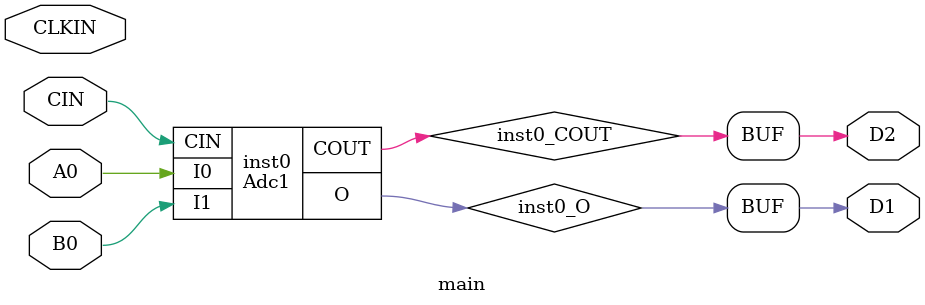
<source format=v>
module Adc1 (input [0:0] I0, input [0:0] I1, input  CIN, output [0:0] O, output  COUT);
wire  inst0_O;
wire  inst1_CO;
SB_LUT4 #(.LUT_INIT(16'hC33C)) inst0 (.I0(1'b0), .I1(I0[0]), .I2(I1[0]), .I3(CIN), .O(inst0_O));
SB_CARRY inst1 (.I0(I0[0]), .I1(I1[0]), .CI(CIN), .CO(inst1_CO));
assign O = {inst0_O};
assign COUT = inst1_CO;
endmodule

module main (input  A0, input  B0, input  CIN, output  D2, output  D1, input  CLKIN);
wire [0:0] inst0_O;
wire  inst0_COUT;
Adc1 inst0 (.I0({A0}), .I1({B0}), .CIN(CIN), .O(inst0_O), .COUT(inst0_COUT));
assign D2 = inst0_COUT;
assign D1 = inst0_O[0];
endmodule


</source>
